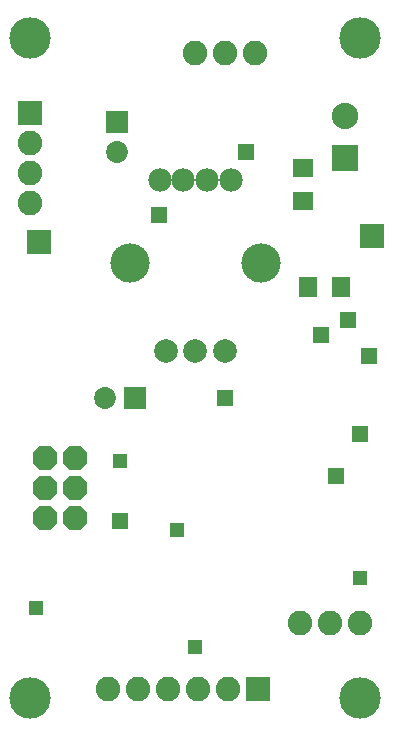
<source format=gbs>
G75*
%MOIN*%
%OFA0B0*%
%FSLAX24Y24*%
%IPPOS*%
%LPD*%
%AMOC8*
5,1,8,0,0,1.08239X$1,22.5*
%
%ADD10R,0.0730X0.0730*%
%ADD11C,0.0730*%
%ADD12R,0.0631X0.0710*%
%ADD13R,0.0710X0.0631*%
%ADD14OC8,0.0820*%
%ADD15R,0.0820X0.0820*%
%ADD16C,0.0820*%
%ADD17R,0.0880X0.0880*%
%ADD18C,0.0880*%
%ADD19C,0.0789*%
%ADD20C,0.0780*%
%ADD21C,0.1307*%
%ADD22C,0.1380*%
%ADD23R,0.0476X0.0476*%
%ADD24R,0.0848X0.0848*%
%ADD25R,0.0555X0.0555*%
D10*
X005180Y011600D03*
X004580Y020800D03*
D11*
X004580Y019800D03*
X004180Y011600D03*
D12*
X010929Y015300D03*
X012031Y015300D03*
D13*
X010780Y018149D03*
X010780Y019251D03*
D14*
X003180Y009600D03*
X003180Y008600D03*
X003180Y007600D03*
X002180Y007600D03*
X002180Y008600D03*
X002180Y009600D03*
D15*
X001680Y021100D03*
X009280Y001900D03*
D16*
X008280Y001900D03*
X007280Y001900D03*
X006280Y001900D03*
X005280Y001900D03*
X004280Y001900D03*
X010680Y004100D03*
X011680Y004100D03*
X012680Y004100D03*
X009180Y023100D03*
X008180Y023100D03*
X007180Y023100D03*
X001680Y020100D03*
X001680Y019100D03*
X001680Y018100D03*
D17*
X012180Y019600D03*
D18*
X012180Y020978D03*
D19*
X008164Y013147D03*
X007180Y013147D03*
X006196Y013147D03*
D20*
X005999Y018856D03*
X006786Y018856D03*
X007574Y018856D03*
X008361Y018856D03*
D21*
X009365Y016100D03*
X004995Y016100D03*
D22*
X001680Y001600D03*
X012680Y001600D03*
X012680Y023600D03*
X001680Y023600D03*
D23*
X004680Y009500D03*
X006580Y007200D03*
X007180Y003300D03*
X001880Y004600D03*
X012680Y005600D03*
D24*
X013080Y017000D03*
X001980Y016800D03*
D25*
X005980Y017700D03*
X008880Y019800D03*
X012280Y014200D03*
X012980Y013000D03*
X012680Y010400D03*
X011880Y009000D03*
X011380Y013700D03*
X008180Y011600D03*
X004680Y007500D03*
M02*

</source>
